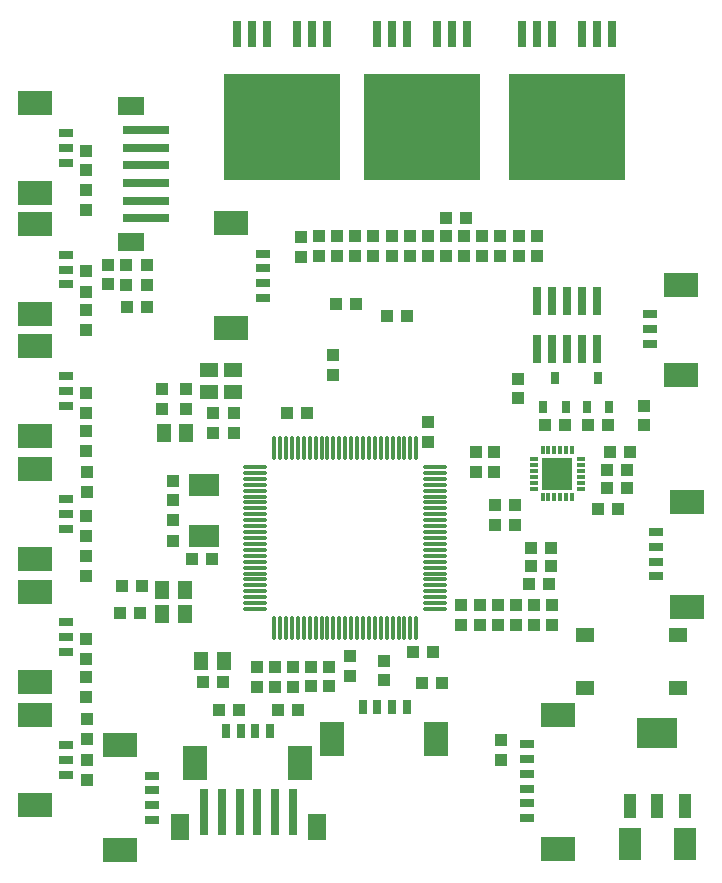
<source format=gtp>
%FSTAX23Y23*%
%MOIN*%
%SFA1B1*%

%IPPOS*%
%ADD10R,0.039370X0.043310*%
%ADD11R,0.043310X0.039370*%
%ADD12R,0.051180X0.059060*%
%ADD13R,0.102360X0.074800*%
%ADD14R,0.102360X0.106300*%
%ADD15R,0.031500X0.013780*%
%ADD16R,0.013780X0.031500*%
%ADD17R,0.137800X0.098430*%
%ADD18R,0.039370X0.078740*%
%ADD19O,0.011810X0.082680*%
%ADD20O,0.082680X0.011810*%
%ADD21R,0.031500X0.039370*%
%ADD22R,0.061020X0.051180*%
%ADD23R,0.059060X0.051180*%
%ADD24R,0.074800X0.106300*%
%ADD25R,0.031500X0.094490*%
%ADD26R,0.051180X0.031500*%
%ADD27R,0.031500X0.051180*%
%ADD28R,0.157480X0.031500*%
%ADD29R,0.031500X0.157480*%
%ADD30R,0.029530X0.089960*%
%ADD31R,0.391540X0.354920*%
%ADD43R,0.118110X0.082680*%
%ADD44R,0.082680X0.118110*%
%ADD45R,0.090550X0.059060*%
%ADD46R,0.059060X0.090550*%
%LNninja_3_2_pcb-1*%
%LPD*%
G54D10*
X02105Y01465D03*
Y01531D03*
X01264Y02028D03*
Y02095D03*
X01385Y02028D03*
Y02095D03*
X01082Y02028D03*
Y02095D03*
X01143Y02028D03*
Y02095D03*
X01445Y02028D03*
Y02095D03*
X0163Y0035D03*
Y00416D03*
X01022Y02095D03*
Y02028D03*
X01566Y02095D03*
Y02028D03*
X01687Y02095D03*
Y02028D03*
X01495Y008D03*
Y00866D03*
X0161Y012D03*
Y01133D03*
X018Y008D03*
Y00866D03*
X01675Y012D03*
Y01133D03*
X0038Y02D03*
Y01933D03*
X0025Y0042D03*
Y00486D03*
Y0035D03*
Y00283D03*
X0067Y01505D03*
Y01438D03*
X0074Y01505D03*
Y01438D03*
X0032Y01935D03*
Y02001D03*
X0174Y00866D03*
Y008D03*
X0156Y00866D03*
Y008D03*
X00245Y00625D03*
Y00558D03*
Y00686D03*
Y00753D03*
Y01445D03*
Y01378D03*
Y0185D03*
Y01783D03*
Y01911D03*
Y01978D03*
Y0225D03*
Y02183D03*
Y02315D03*
Y02381D03*
X01055Y00595D03*
Y00661D03*
X00995Y00595D03*
Y00661D03*
X00875Y0066D03*
Y00593D03*
X0107Y017D03*
Y01633D03*
X01605Y01375D03*
Y01308D03*
X01385Y01475D03*
Y01408D03*
X00961Y02026D03*
Y02093D03*
X01203Y02028D03*
Y02095D03*
X01324Y02028D03*
Y02095D03*
X01505D03*
Y02028D03*
X01626Y02095D03*
Y02028D03*
X01747D03*
Y02095D03*
X0045Y02D03*
Y01933D03*
X0162Y008D03*
Y00866D03*
X0168Y008D03*
Y00866D03*
X005Y0152D03*
Y01586D03*
X0058Y0152D03*
Y01586D03*
X01125Y0063D03*
Y00696D03*
X0124Y00615D03*
Y00681D03*
X00935Y0066D03*
Y00593D03*
X01685Y01555D03*
Y01621D03*
X01545Y01308D03*
Y01375D03*
X00535Y01215D03*
Y01281D03*
X00245Y01506D03*
Y01573D03*
X0025Y0131D03*
Y01243D03*
X00815Y0066D03*
Y00593D03*
X00245Y01096D03*
Y01163D03*
X00535Y01148D03*
Y01081D03*
X00245Y0103D03*
Y00963D03*
G54D11*
X01775Y01465D03*
X01841D03*
X0192D03*
X01986D03*
X0206Y01375D03*
X01993D03*
X0205Y01255D03*
X01983D03*
X01511Y02155D03*
X01445D03*
X0045Y0186D03*
X00383D03*
X01795Y00995D03*
X01728D03*
X01795Y01055D03*
X01728D03*
X00915Y01505D03*
X00981D03*
X00665Y0102D03*
X00598D03*
X00755Y00515D03*
X00688D03*
X00885D03*
X00951D03*
X0205Y01315D03*
X01983D03*
X01365Y00605D03*
X01431D03*
X01145Y0187D03*
X01078D03*
X0179Y00935D03*
X01723D03*
X0202Y01185D03*
X01953D03*
X0036Y0084D03*
X00426D03*
X00365Y0093D03*
X00431D03*
X01335Y0071D03*
X01401D03*
X00635Y0061D03*
X00701D03*
X0125Y0183D03*
X01316D03*
G54D12*
X00505Y0144D03*
X00579D03*
X00705Y0068D03*
X0063D03*
X00575Y00835D03*
X005D03*
X00575Y00915D03*
X005D03*
G54D13*
X0064Y01266D03*
Y01096D03*
G54D14*
X01816Y01303D03*
G54D15*
X01895Y01352D03*
Y01333D03*
Y01313D03*
Y01293D03*
Y01274D03*
Y01254D03*
X01737D03*
Y01274D03*
Y01293D03*
Y01313D03*
Y01333D03*
Y01352D03*
G54D16*
X01767Y01382D03*
X01786D03*
X01806D03*
X01826D03*
X01845D03*
X01865D03*
Y01225D03*
X01845D03*
X01826D03*
X01806D03*
X01786D03*
X01767D03*
G54D17*
X0215Y00439D03*
G54D18*
X02241Y00195D03*
X0206D03*
X0215D03*
G54D19*
X00873Y01389D03*
X00893D03*
X00913D03*
X00932D03*
X00952D03*
X00972D03*
X00991D03*
X01011D03*
X01031D03*
X0105D03*
X0107D03*
X0109D03*
X0111D03*
X01129D03*
X01149D03*
X01169D03*
X01188D03*
X01208D03*
X01228D03*
X01247D03*
X01267D03*
X01287D03*
X01306D03*
X01326D03*
X01346D03*
Y0079D03*
X01326D03*
X01306D03*
X01287D03*
X01267D03*
X01247D03*
X01228D03*
X01208D03*
X01188D03*
X01169D03*
X01149D03*
X01129D03*
X0111D03*
X0109D03*
X0107D03*
X0105D03*
X01031D03*
X01011D03*
X00991D03*
X00972D03*
X00952D03*
X00932D03*
X00913D03*
X00893D03*
X00873D03*
G54D20*
X01409Y01326D03*
Y01306D03*
Y01286D03*
Y01267D03*
Y01247D03*
Y01227D03*
Y01208D03*
Y01188D03*
Y01168D03*
Y01149D03*
Y01129D03*
Y01109D03*
Y0109D03*
Y0107D03*
Y0105D03*
Y0103D03*
Y01011D03*
Y00991D03*
Y00971D03*
Y00952D03*
Y00932D03*
Y00912D03*
Y00893D03*
Y00873D03*
Y00853D03*
X0081D03*
Y00873D03*
Y00893D03*
Y00912D03*
Y00932D03*
Y00952D03*
Y00971D03*
Y00991D03*
Y01011D03*
Y0103D03*
Y0105D03*
Y0107D03*
Y0109D03*
Y01109D03*
Y01129D03*
Y01149D03*
Y01168D03*
Y01188D03*
Y01208D03*
Y01227D03*
Y01247D03*
Y01267D03*
Y01286D03*
Y01306D03*
Y01326D03*
G54D21*
X0177Y01525D03*
X01844D03*
X01807Y01623D03*
X01915Y01525D03*
X01989D03*
X01952Y01623D03*
G54D22*
X01907Y0059D03*
Y00767D03*
X0222D03*
Y0059D03*
G54D23*
X00655Y01575D03*
Y01649D03*
X00735Y01575D03*
Y01649D03*
G54D24*
X02241Y0007D03*
X0206D03*
G54D25*
X01749Y01718D03*
Y01878D03*
X01799Y01718D03*
Y01878D03*
X01849Y01718D03*
Y01878D03*
X01899Y01718D03*
Y0188D03*
X01949Y01718D03*
Y01878D03*
G54D26*
X0018Y02438D03*
Y02389D03*
Y0234D03*
Y02033D03*
Y01984D03*
Y01935D03*
Y01628D03*
Y01579D03*
Y0153D03*
Y01218D03*
Y01169D03*
Y0112D03*
Y00808D03*
Y00759D03*
Y0071D03*
Y00398D03*
Y00349D03*
Y003D03*
X02125Y01736D03*
Y01785D03*
Y01835D03*
X00835Y01939D03*
Y0189D03*
Y01988D03*
Y02037D03*
X02145Y0106D03*
Y0111D03*
Y01011D03*
Y00962D03*
X00465Y00199D03*
Y0015D03*
Y00248D03*
Y00297D03*
X01714Y00303D03*
Y00254D03*
Y00156D03*
Y00205D03*
Y00402D03*
Y00352D03*
G54D27*
X01265Y00525D03*
X01315D03*
X01216D03*
X01167D03*
X0081Y00445D03*
X0086D03*
X00761D03*
X00712D03*
G54D28*
X00445Y02155D03*
Y02214D03*
Y02273D03*
Y02332D03*
Y02391D03*
Y0245D03*
G54D29*
X00935Y00176D03*
X00875D03*
X00816D03*
X00757D03*
X00698D03*
X00639D03*
G54D30*
X0105Y0277D03*
X01D03*
X0095D03*
X0085D03*
X008D03*
X0075D03*
X01515D03*
X01465D03*
X01415D03*
X01315D03*
X01265D03*
X01215D03*
X02D03*
X0195D03*
X019D03*
X018D03*
X0175D03*
X017D03*
G54D31*
X009Y02458D03*
X01365D03*
X0185D03*
G54D43*
X00075Y0224D03*
Y0254D03*
Y01835D03*
Y02135D03*
Y0143D03*
Y0173D03*
Y0102D03*
Y0132D03*
Y0061D03*
Y0091D03*
Y002D03*
Y005D03*
X02229Y01934D03*
Y01634D03*
X0073Y02139D03*
Y01791D03*
X02249Y0086D03*
Y01208D03*
X0036Y00399D03*
Y00051D03*
X01818Y00054D03*
Y00501D03*
G54D44*
X01065Y0042D03*
X01413D03*
X0061Y0034D03*
X00958D03*
G54D45*
X00394Y02075D03*
Y02529D03*
G54D46*
X01014Y00126D03*
X0056D03*
M02*
</source>
